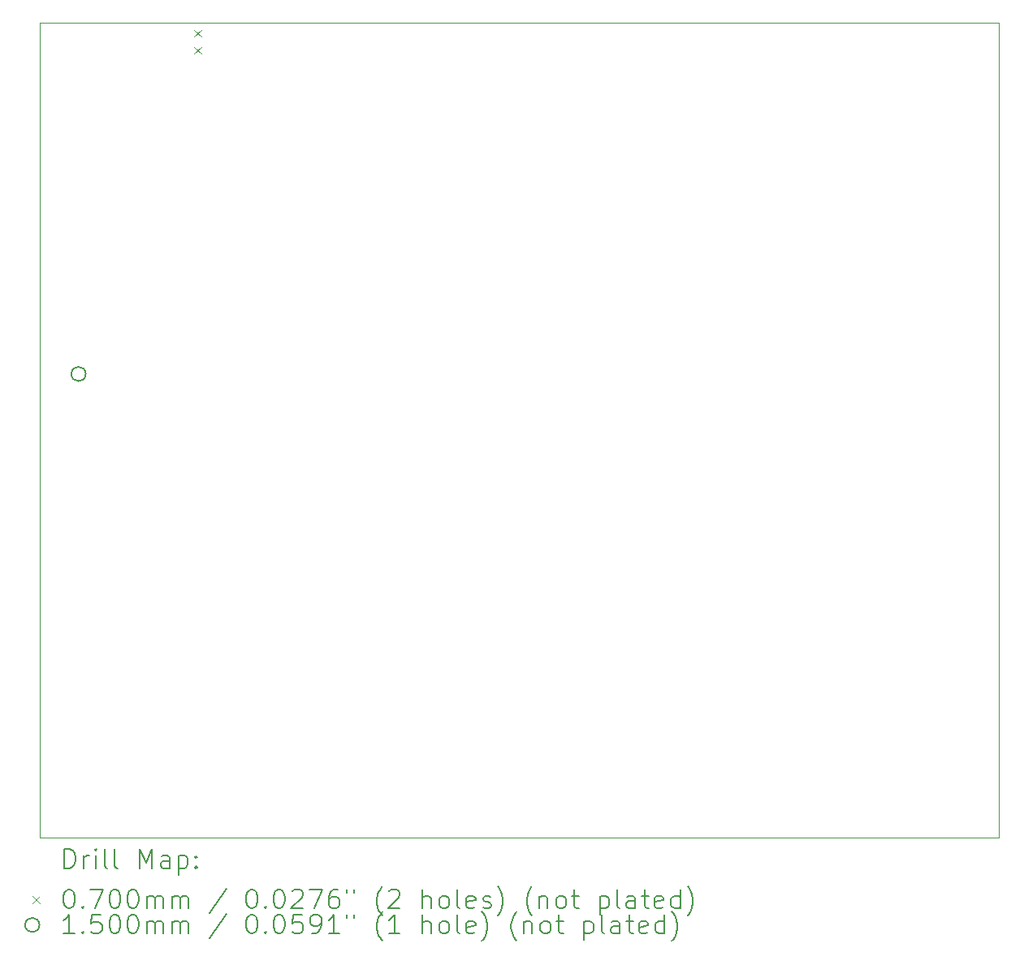
<source format=gbr>
%TF.GenerationSoftware,KiCad,Pcbnew,8.0.3*%
%TF.CreationDate,2024-08-23T22:22:00+02:00*%
%TF.ProjectId,temp_power_management,74656d70-5f70-46f7-9765-725f6d616e61,rev?*%
%TF.SameCoordinates,Original*%
%TF.FileFunction,Drillmap*%
%TF.FilePolarity,Positive*%
%FSLAX45Y45*%
G04 Gerber Fmt 4.5, Leading zero omitted, Abs format (unit mm)*
G04 Created by KiCad (PCBNEW 8.0.3) date 2024-08-23 22:22:00*
%MOMM*%
%LPD*%
G01*
G04 APERTURE LIST*
%ADD10C,0.100000*%
%ADD11C,0.200000*%
%ADD12C,0.150000*%
G04 APERTURE END LIST*
D10*
X19912200Y-14351000D02*
X9912200Y-14351000D01*
X9912200Y-5851000D01*
X19912200Y-5851000D01*
X19912200Y-14351000D01*
D11*
D10*
X11522000Y-5920200D02*
X11592000Y-5990200D01*
X11592000Y-5920200D02*
X11522000Y-5990200D01*
X11522000Y-6100200D02*
X11592000Y-6170200D01*
X11592000Y-6100200D02*
X11522000Y-6170200D01*
D12*
X10389600Y-9512000D02*
G75*
G02*
X10239600Y-9512000I-75000J0D01*
G01*
X10239600Y-9512000D02*
G75*
G02*
X10389600Y-9512000I75000J0D01*
G01*
D11*
X10167977Y-14667484D02*
X10167977Y-14467484D01*
X10167977Y-14467484D02*
X10215596Y-14467484D01*
X10215596Y-14467484D02*
X10244167Y-14477008D01*
X10244167Y-14477008D02*
X10263215Y-14496055D01*
X10263215Y-14496055D02*
X10272739Y-14515103D01*
X10272739Y-14515103D02*
X10282263Y-14553198D01*
X10282263Y-14553198D02*
X10282263Y-14581769D01*
X10282263Y-14581769D02*
X10272739Y-14619865D01*
X10272739Y-14619865D02*
X10263215Y-14638912D01*
X10263215Y-14638912D02*
X10244167Y-14657960D01*
X10244167Y-14657960D02*
X10215596Y-14667484D01*
X10215596Y-14667484D02*
X10167977Y-14667484D01*
X10367977Y-14667484D02*
X10367977Y-14534150D01*
X10367977Y-14572246D02*
X10377501Y-14553198D01*
X10377501Y-14553198D02*
X10387024Y-14543674D01*
X10387024Y-14543674D02*
X10406072Y-14534150D01*
X10406072Y-14534150D02*
X10425120Y-14534150D01*
X10491786Y-14667484D02*
X10491786Y-14534150D01*
X10491786Y-14467484D02*
X10482263Y-14477008D01*
X10482263Y-14477008D02*
X10491786Y-14486531D01*
X10491786Y-14486531D02*
X10501310Y-14477008D01*
X10501310Y-14477008D02*
X10491786Y-14467484D01*
X10491786Y-14467484D02*
X10491786Y-14486531D01*
X10615596Y-14667484D02*
X10596548Y-14657960D01*
X10596548Y-14657960D02*
X10587024Y-14638912D01*
X10587024Y-14638912D02*
X10587024Y-14467484D01*
X10720358Y-14667484D02*
X10701310Y-14657960D01*
X10701310Y-14657960D02*
X10691786Y-14638912D01*
X10691786Y-14638912D02*
X10691786Y-14467484D01*
X10948929Y-14667484D02*
X10948929Y-14467484D01*
X10948929Y-14467484D02*
X11015596Y-14610341D01*
X11015596Y-14610341D02*
X11082263Y-14467484D01*
X11082263Y-14467484D02*
X11082263Y-14667484D01*
X11263215Y-14667484D02*
X11263215Y-14562722D01*
X11263215Y-14562722D02*
X11253691Y-14543674D01*
X11253691Y-14543674D02*
X11234643Y-14534150D01*
X11234643Y-14534150D02*
X11196548Y-14534150D01*
X11196548Y-14534150D02*
X11177501Y-14543674D01*
X11263215Y-14657960D02*
X11244167Y-14667484D01*
X11244167Y-14667484D02*
X11196548Y-14667484D01*
X11196548Y-14667484D02*
X11177501Y-14657960D01*
X11177501Y-14657960D02*
X11167977Y-14638912D01*
X11167977Y-14638912D02*
X11167977Y-14619865D01*
X11167977Y-14619865D02*
X11177501Y-14600817D01*
X11177501Y-14600817D02*
X11196548Y-14591293D01*
X11196548Y-14591293D02*
X11244167Y-14591293D01*
X11244167Y-14591293D02*
X11263215Y-14581769D01*
X11358453Y-14534150D02*
X11358453Y-14734150D01*
X11358453Y-14543674D02*
X11377501Y-14534150D01*
X11377501Y-14534150D02*
X11415596Y-14534150D01*
X11415596Y-14534150D02*
X11434643Y-14543674D01*
X11434643Y-14543674D02*
X11444167Y-14553198D01*
X11444167Y-14553198D02*
X11453691Y-14572246D01*
X11453691Y-14572246D02*
X11453691Y-14629388D01*
X11453691Y-14629388D02*
X11444167Y-14648436D01*
X11444167Y-14648436D02*
X11434643Y-14657960D01*
X11434643Y-14657960D02*
X11415596Y-14667484D01*
X11415596Y-14667484D02*
X11377501Y-14667484D01*
X11377501Y-14667484D02*
X11358453Y-14657960D01*
X11539405Y-14648436D02*
X11548929Y-14657960D01*
X11548929Y-14657960D02*
X11539405Y-14667484D01*
X11539405Y-14667484D02*
X11529882Y-14657960D01*
X11529882Y-14657960D02*
X11539405Y-14648436D01*
X11539405Y-14648436D02*
X11539405Y-14667484D01*
X11539405Y-14543674D02*
X11548929Y-14553198D01*
X11548929Y-14553198D02*
X11539405Y-14562722D01*
X11539405Y-14562722D02*
X11529882Y-14553198D01*
X11529882Y-14553198D02*
X11539405Y-14543674D01*
X11539405Y-14543674D02*
X11539405Y-14562722D01*
D10*
X9837200Y-14961000D02*
X9907200Y-15031000D01*
X9907200Y-14961000D02*
X9837200Y-15031000D01*
D11*
X10206072Y-14887484D02*
X10225120Y-14887484D01*
X10225120Y-14887484D02*
X10244167Y-14897008D01*
X10244167Y-14897008D02*
X10253691Y-14906531D01*
X10253691Y-14906531D02*
X10263215Y-14925579D01*
X10263215Y-14925579D02*
X10272739Y-14963674D01*
X10272739Y-14963674D02*
X10272739Y-15011293D01*
X10272739Y-15011293D02*
X10263215Y-15049388D01*
X10263215Y-15049388D02*
X10253691Y-15068436D01*
X10253691Y-15068436D02*
X10244167Y-15077960D01*
X10244167Y-15077960D02*
X10225120Y-15087484D01*
X10225120Y-15087484D02*
X10206072Y-15087484D01*
X10206072Y-15087484D02*
X10187024Y-15077960D01*
X10187024Y-15077960D02*
X10177501Y-15068436D01*
X10177501Y-15068436D02*
X10167977Y-15049388D01*
X10167977Y-15049388D02*
X10158453Y-15011293D01*
X10158453Y-15011293D02*
X10158453Y-14963674D01*
X10158453Y-14963674D02*
X10167977Y-14925579D01*
X10167977Y-14925579D02*
X10177501Y-14906531D01*
X10177501Y-14906531D02*
X10187024Y-14897008D01*
X10187024Y-14897008D02*
X10206072Y-14887484D01*
X10358453Y-15068436D02*
X10367977Y-15077960D01*
X10367977Y-15077960D02*
X10358453Y-15087484D01*
X10358453Y-15087484D02*
X10348929Y-15077960D01*
X10348929Y-15077960D02*
X10358453Y-15068436D01*
X10358453Y-15068436D02*
X10358453Y-15087484D01*
X10434644Y-14887484D02*
X10567977Y-14887484D01*
X10567977Y-14887484D02*
X10482263Y-15087484D01*
X10682263Y-14887484D02*
X10701310Y-14887484D01*
X10701310Y-14887484D02*
X10720358Y-14897008D01*
X10720358Y-14897008D02*
X10729882Y-14906531D01*
X10729882Y-14906531D02*
X10739405Y-14925579D01*
X10739405Y-14925579D02*
X10748929Y-14963674D01*
X10748929Y-14963674D02*
X10748929Y-15011293D01*
X10748929Y-15011293D02*
X10739405Y-15049388D01*
X10739405Y-15049388D02*
X10729882Y-15068436D01*
X10729882Y-15068436D02*
X10720358Y-15077960D01*
X10720358Y-15077960D02*
X10701310Y-15087484D01*
X10701310Y-15087484D02*
X10682263Y-15087484D01*
X10682263Y-15087484D02*
X10663215Y-15077960D01*
X10663215Y-15077960D02*
X10653691Y-15068436D01*
X10653691Y-15068436D02*
X10644167Y-15049388D01*
X10644167Y-15049388D02*
X10634644Y-15011293D01*
X10634644Y-15011293D02*
X10634644Y-14963674D01*
X10634644Y-14963674D02*
X10644167Y-14925579D01*
X10644167Y-14925579D02*
X10653691Y-14906531D01*
X10653691Y-14906531D02*
X10663215Y-14897008D01*
X10663215Y-14897008D02*
X10682263Y-14887484D01*
X10872739Y-14887484D02*
X10891786Y-14887484D01*
X10891786Y-14887484D02*
X10910834Y-14897008D01*
X10910834Y-14897008D02*
X10920358Y-14906531D01*
X10920358Y-14906531D02*
X10929882Y-14925579D01*
X10929882Y-14925579D02*
X10939405Y-14963674D01*
X10939405Y-14963674D02*
X10939405Y-15011293D01*
X10939405Y-15011293D02*
X10929882Y-15049388D01*
X10929882Y-15049388D02*
X10920358Y-15068436D01*
X10920358Y-15068436D02*
X10910834Y-15077960D01*
X10910834Y-15077960D02*
X10891786Y-15087484D01*
X10891786Y-15087484D02*
X10872739Y-15087484D01*
X10872739Y-15087484D02*
X10853691Y-15077960D01*
X10853691Y-15077960D02*
X10844167Y-15068436D01*
X10844167Y-15068436D02*
X10834644Y-15049388D01*
X10834644Y-15049388D02*
X10825120Y-15011293D01*
X10825120Y-15011293D02*
X10825120Y-14963674D01*
X10825120Y-14963674D02*
X10834644Y-14925579D01*
X10834644Y-14925579D02*
X10844167Y-14906531D01*
X10844167Y-14906531D02*
X10853691Y-14897008D01*
X10853691Y-14897008D02*
X10872739Y-14887484D01*
X11025120Y-15087484D02*
X11025120Y-14954150D01*
X11025120Y-14973198D02*
X11034644Y-14963674D01*
X11034644Y-14963674D02*
X11053691Y-14954150D01*
X11053691Y-14954150D02*
X11082263Y-14954150D01*
X11082263Y-14954150D02*
X11101310Y-14963674D01*
X11101310Y-14963674D02*
X11110834Y-14982722D01*
X11110834Y-14982722D02*
X11110834Y-15087484D01*
X11110834Y-14982722D02*
X11120358Y-14963674D01*
X11120358Y-14963674D02*
X11139405Y-14954150D01*
X11139405Y-14954150D02*
X11167977Y-14954150D01*
X11167977Y-14954150D02*
X11187024Y-14963674D01*
X11187024Y-14963674D02*
X11196548Y-14982722D01*
X11196548Y-14982722D02*
X11196548Y-15087484D01*
X11291786Y-15087484D02*
X11291786Y-14954150D01*
X11291786Y-14973198D02*
X11301310Y-14963674D01*
X11301310Y-14963674D02*
X11320358Y-14954150D01*
X11320358Y-14954150D02*
X11348929Y-14954150D01*
X11348929Y-14954150D02*
X11367977Y-14963674D01*
X11367977Y-14963674D02*
X11377501Y-14982722D01*
X11377501Y-14982722D02*
X11377501Y-15087484D01*
X11377501Y-14982722D02*
X11387024Y-14963674D01*
X11387024Y-14963674D02*
X11406072Y-14954150D01*
X11406072Y-14954150D02*
X11434643Y-14954150D01*
X11434643Y-14954150D02*
X11453691Y-14963674D01*
X11453691Y-14963674D02*
X11463215Y-14982722D01*
X11463215Y-14982722D02*
X11463215Y-15087484D01*
X11853691Y-14877960D02*
X11682263Y-15135103D01*
X12110834Y-14887484D02*
X12129882Y-14887484D01*
X12129882Y-14887484D02*
X12148929Y-14897008D01*
X12148929Y-14897008D02*
X12158453Y-14906531D01*
X12158453Y-14906531D02*
X12167977Y-14925579D01*
X12167977Y-14925579D02*
X12177501Y-14963674D01*
X12177501Y-14963674D02*
X12177501Y-15011293D01*
X12177501Y-15011293D02*
X12167977Y-15049388D01*
X12167977Y-15049388D02*
X12158453Y-15068436D01*
X12158453Y-15068436D02*
X12148929Y-15077960D01*
X12148929Y-15077960D02*
X12129882Y-15087484D01*
X12129882Y-15087484D02*
X12110834Y-15087484D01*
X12110834Y-15087484D02*
X12091786Y-15077960D01*
X12091786Y-15077960D02*
X12082263Y-15068436D01*
X12082263Y-15068436D02*
X12072739Y-15049388D01*
X12072739Y-15049388D02*
X12063215Y-15011293D01*
X12063215Y-15011293D02*
X12063215Y-14963674D01*
X12063215Y-14963674D02*
X12072739Y-14925579D01*
X12072739Y-14925579D02*
X12082263Y-14906531D01*
X12082263Y-14906531D02*
X12091786Y-14897008D01*
X12091786Y-14897008D02*
X12110834Y-14887484D01*
X12263215Y-15068436D02*
X12272739Y-15077960D01*
X12272739Y-15077960D02*
X12263215Y-15087484D01*
X12263215Y-15087484D02*
X12253691Y-15077960D01*
X12253691Y-15077960D02*
X12263215Y-15068436D01*
X12263215Y-15068436D02*
X12263215Y-15087484D01*
X12396548Y-14887484D02*
X12415596Y-14887484D01*
X12415596Y-14887484D02*
X12434644Y-14897008D01*
X12434644Y-14897008D02*
X12444167Y-14906531D01*
X12444167Y-14906531D02*
X12453691Y-14925579D01*
X12453691Y-14925579D02*
X12463215Y-14963674D01*
X12463215Y-14963674D02*
X12463215Y-15011293D01*
X12463215Y-15011293D02*
X12453691Y-15049388D01*
X12453691Y-15049388D02*
X12444167Y-15068436D01*
X12444167Y-15068436D02*
X12434644Y-15077960D01*
X12434644Y-15077960D02*
X12415596Y-15087484D01*
X12415596Y-15087484D02*
X12396548Y-15087484D01*
X12396548Y-15087484D02*
X12377501Y-15077960D01*
X12377501Y-15077960D02*
X12367977Y-15068436D01*
X12367977Y-15068436D02*
X12358453Y-15049388D01*
X12358453Y-15049388D02*
X12348929Y-15011293D01*
X12348929Y-15011293D02*
X12348929Y-14963674D01*
X12348929Y-14963674D02*
X12358453Y-14925579D01*
X12358453Y-14925579D02*
X12367977Y-14906531D01*
X12367977Y-14906531D02*
X12377501Y-14897008D01*
X12377501Y-14897008D02*
X12396548Y-14887484D01*
X12539406Y-14906531D02*
X12548929Y-14897008D01*
X12548929Y-14897008D02*
X12567977Y-14887484D01*
X12567977Y-14887484D02*
X12615596Y-14887484D01*
X12615596Y-14887484D02*
X12634644Y-14897008D01*
X12634644Y-14897008D02*
X12644167Y-14906531D01*
X12644167Y-14906531D02*
X12653691Y-14925579D01*
X12653691Y-14925579D02*
X12653691Y-14944627D01*
X12653691Y-14944627D02*
X12644167Y-14973198D01*
X12644167Y-14973198D02*
X12529882Y-15087484D01*
X12529882Y-15087484D02*
X12653691Y-15087484D01*
X12720358Y-14887484D02*
X12853691Y-14887484D01*
X12853691Y-14887484D02*
X12767977Y-15087484D01*
X13015596Y-14887484D02*
X12977501Y-14887484D01*
X12977501Y-14887484D02*
X12958453Y-14897008D01*
X12958453Y-14897008D02*
X12948929Y-14906531D01*
X12948929Y-14906531D02*
X12929882Y-14935103D01*
X12929882Y-14935103D02*
X12920358Y-14973198D01*
X12920358Y-14973198D02*
X12920358Y-15049388D01*
X12920358Y-15049388D02*
X12929882Y-15068436D01*
X12929882Y-15068436D02*
X12939406Y-15077960D01*
X12939406Y-15077960D02*
X12958453Y-15087484D01*
X12958453Y-15087484D02*
X12996548Y-15087484D01*
X12996548Y-15087484D02*
X13015596Y-15077960D01*
X13015596Y-15077960D02*
X13025120Y-15068436D01*
X13025120Y-15068436D02*
X13034644Y-15049388D01*
X13034644Y-15049388D02*
X13034644Y-15001769D01*
X13034644Y-15001769D02*
X13025120Y-14982722D01*
X13025120Y-14982722D02*
X13015596Y-14973198D01*
X13015596Y-14973198D02*
X12996548Y-14963674D01*
X12996548Y-14963674D02*
X12958453Y-14963674D01*
X12958453Y-14963674D02*
X12939406Y-14973198D01*
X12939406Y-14973198D02*
X12929882Y-14982722D01*
X12929882Y-14982722D02*
X12920358Y-15001769D01*
X13110834Y-14887484D02*
X13110834Y-14925579D01*
X13187025Y-14887484D02*
X13187025Y-14925579D01*
X13482263Y-15163674D02*
X13472739Y-15154150D01*
X13472739Y-15154150D02*
X13453691Y-15125579D01*
X13453691Y-15125579D02*
X13444168Y-15106531D01*
X13444168Y-15106531D02*
X13434644Y-15077960D01*
X13434644Y-15077960D02*
X13425120Y-15030341D01*
X13425120Y-15030341D02*
X13425120Y-14992246D01*
X13425120Y-14992246D02*
X13434644Y-14944627D01*
X13434644Y-14944627D02*
X13444168Y-14916055D01*
X13444168Y-14916055D02*
X13453691Y-14897008D01*
X13453691Y-14897008D02*
X13472739Y-14868436D01*
X13472739Y-14868436D02*
X13482263Y-14858912D01*
X13548929Y-14906531D02*
X13558453Y-14897008D01*
X13558453Y-14897008D02*
X13577501Y-14887484D01*
X13577501Y-14887484D02*
X13625120Y-14887484D01*
X13625120Y-14887484D02*
X13644168Y-14897008D01*
X13644168Y-14897008D02*
X13653691Y-14906531D01*
X13653691Y-14906531D02*
X13663215Y-14925579D01*
X13663215Y-14925579D02*
X13663215Y-14944627D01*
X13663215Y-14944627D02*
X13653691Y-14973198D01*
X13653691Y-14973198D02*
X13539406Y-15087484D01*
X13539406Y-15087484D02*
X13663215Y-15087484D01*
X13901310Y-15087484D02*
X13901310Y-14887484D01*
X13987025Y-15087484D02*
X13987025Y-14982722D01*
X13987025Y-14982722D02*
X13977501Y-14963674D01*
X13977501Y-14963674D02*
X13958453Y-14954150D01*
X13958453Y-14954150D02*
X13929882Y-14954150D01*
X13929882Y-14954150D02*
X13910834Y-14963674D01*
X13910834Y-14963674D02*
X13901310Y-14973198D01*
X14110834Y-15087484D02*
X14091787Y-15077960D01*
X14091787Y-15077960D02*
X14082263Y-15068436D01*
X14082263Y-15068436D02*
X14072739Y-15049388D01*
X14072739Y-15049388D02*
X14072739Y-14992246D01*
X14072739Y-14992246D02*
X14082263Y-14973198D01*
X14082263Y-14973198D02*
X14091787Y-14963674D01*
X14091787Y-14963674D02*
X14110834Y-14954150D01*
X14110834Y-14954150D02*
X14139406Y-14954150D01*
X14139406Y-14954150D02*
X14158453Y-14963674D01*
X14158453Y-14963674D02*
X14167977Y-14973198D01*
X14167977Y-14973198D02*
X14177501Y-14992246D01*
X14177501Y-14992246D02*
X14177501Y-15049388D01*
X14177501Y-15049388D02*
X14167977Y-15068436D01*
X14167977Y-15068436D02*
X14158453Y-15077960D01*
X14158453Y-15077960D02*
X14139406Y-15087484D01*
X14139406Y-15087484D02*
X14110834Y-15087484D01*
X14291787Y-15087484D02*
X14272739Y-15077960D01*
X14272739Y-15077960D02*
X14263215Y-15058912D01*
X14263215Y-15058912D02*
X14263215Y-14887484D01*
X14444168Y-15077960D02*
X14425120Y-15087484D01*
X14425120Y-15087484D02*
X14387025Y-15087484D01*
X14387025Y-15087484D02*
X14367977Y-15077960D01*
X14367977Y-15077960D02*
X14358453Y-15058912D01*
X14358453Y-15058912D02*
X14358453Y-14982722D01*
X14358453Y-14982722D02*
X14367977Y-14963674D01*
X14367977Y-14963674D02*
X14387025Y-14954150D01*
X14387025Y-14954150D02*
X14425120Y-14954150D01*
X14425120Y-14954150D02*
X14444168Y-14963674D01*
X14444168Y-14963674D02*
X14453691Y-14982722D01*
X14453691Y-14982722D02*
X14453691Y-15001769D01*
X14453691Y-15001769D02*
X14358453Y-15020817D01*
X14529882Y-15077960D02*
X14548930Y-15087484D01*
X14548930Y-15087484D02*
X14587025Y-15087484D01*
X14587025Y-15087484D02*
X14606072Y-15077960D01*
X14606072Y-15077960D02*
X14615596Y-15058912D01*
X14615596Y-15058912D02*
X14615596Y-15049388D01*
X14615596Y-15049388D02*
X14606072Y-15030341D01*
X14606072Y-15030341D02*
X14587025Y-15020817D01*
X14587025Y-15020817D02*
X14558453Y-15020817D01*
X14558453Y-15020817D02*
X14539406Y-15011293D01*
X14539406Y-15011293D02*
X14529882Y-14992246D01*
X14529882Y-14992246D02*
X14529882Y-14982722D01*
X14529882Y-14982722D02*
X14539406Y-14963674D01*
X14539406Y-14963674D02*
X14558453Y-14954150D01*
X14558453Y-14954150D02*
X14587025Y-14954150D01*
X14587025Y-14954150D02*
X14606072Y-14963674D01*
X14682263Y-15163674D02*
X14691787Y-15154150D01*
X14691787Y-15154150D02*
X14710834Y-15125579D01*
X14710834Y-15125579D02*
X14720358Y-15106531D01*
X14720358Y-15106531D02*
X14729882Y-15077960D01*
X14729882Y-15077960D02*
X14739406Y-15030341D01*
X14739406Y-15030341D02*
X14739406Y-14992246D01*
X14739406Y-14992246D02*
X14729882Y-14944627D01*
X14729882Y-14944627D02*
X14720358Y-14916055D01*
X14720358Y-14916055D02*
X14710834Y-14897008D01*
X14710834Y-14897008D02*
X14691787Y-14868436D01*
X14691787Y-14868436D02*
X14682263Y-14858912D01*
X15044168Y-15163674D02*
X15034644Y-15154150D01*
X15034644Y-15154150D02*
X15015596Y-15125579D01*
X15015596Y-15125579D02*
X15006072Y-15106531D01*
X15006072Y-15106531D02*
X14996549Y-15077960D01*
X14996549Y-15077960D02*
X14987025Y-15030341D01*
X14987025Y-15030341D02*
X14987025Y-14992246D01*
X14987025Y-14992246D02*
X14996549Y-14944627D01*
X14996549Y-14944627D02*
X15006072Y-14916055D01*
X15006072Y-14916055D02*
X15015596Y-14897008D01*
X15015596Y-14897008D02*
X15034644Y-14868436D01*
X15034644Y-14868436D02*
X15044168Y-14858912D01*
X15120358Y-14954150D02*
X15120358Y-15087484D01*
X15120358Y-14973198D02*
X15129882Y-14963674D01*
X15129882Y-14963674D02*
X15148930Y-14954150D01*
X15148930Y-14954150D02*
X15177501Y-14954150D01*
X15177501Y-14954150D02*
X15196549Y-14963674D01*
X15196549Y-14963674D02*
X15206072Y-14982722D01*
X15206072Y-14982722D02*
X15206072Y-15087484D01*
X15329882Y-15087484D02*
X15310834Y-15077960D01*
X15310834Y-15077960D02*
X15301311Y-15068436D01*
X15301311Y-15068436D02*
X15291787Y-15049388D01*
X15291787Y-15049388D02*
X15291787Y-14992246D01*
X15291787Y-14992246D02*
X15301311Y-14973198D01*
X15301311Y-14973198D02*
X15310834Y-14963674D01*
X15310834Y-14963674D02*
X15329882Y-14954150D01*
X15329882Y-14954150D02*
X15358453Y-14954150D01*
X15358453Y-14954150D02*
X15377501Y-14963674D01*
X15377501Y-14963674D02*
X15387025Y-14973198D01*
X15387025Y-14973198D02*
X15396549Y-14992246D01*
X15396549Y-14992246D02*
X15396549Y-15049388D01*
X15396549Y-15049388D02*
X15387025Y-15068436D01*
X15387025Y-15068436D02*
X15377501Y-15077960D01*
X15377501Y-15077960D02*
X15358453Y-15087484D01*
X15358453Y-15087484D02*
X15329882Y-15087484D01*
X15453692Y-14954150D02*
X15529882Y-14954150D01*
X15482263Y-14887484D02*
X15482263Y-15058912D01*
X15482263Y-15058912D02*
X15491787Y-15077960D01*
X15491787Y-15077960D02*
X15510834Y-15087484D01*
X15510834Y-15087484D02*
X15529882Y-15087484D01*
X15748930Y-14954150D02*
X15748930Y-15154150D01*
X15748930Y-14963674D02*
X15767977Y-14954150D01*
X15767977Y-14954150D02*
X15806073Y-14954150D01*
X15806073Y-14954150D02*
X15825120Y-14963674D01*
X15825120Y-14963674D02*
X15834644Y-14973198D01*
X15834644Y-14973198D02*
X15844168Y-14992246D01*
X15844168Y-14992246D02*
X15844168Y-15049388D01*
X15844168Y-15049388D02*
X15834644Y-15068436D01*
X15834644Y-15068436D02*
X15825120Y-15077960D01*
X15825120Y-15077960D02*
X15806073Y-15087484D01*
X15806073Y-15087484D02*
X15767977Y-15087484D01*
X15767977Y-15087484D02*
X15748930Y-15077960D01*
X15958453Y-15087484D02*
X15939406Y-15077960D01*
X15939406Y-15077960D02*
X15929882Y-15058912D01*
X15929882Y-15058912D02*
X15929882Y-14887484D01*
X16120358Y-15087484D02*
X16120358Y-14982722D01*
X16120358Y-14982722D02*
X16110834Y-14963674D01*
X16110834Y-14963674D02*
X16091787Y-14954150D01*
X16091787Y-14954150D02*
X16053692Y-14954150D01*
X16053692Y-14954150D02*
X16034644Y-14963674D01*
X16120358Y-15077960D02*
X16101311Y-15087484D01*
X16101311Y-15087484D02*
X16053692Y-15087484D01*
X16053692Y-15087484D02*
X16034644Y-15077960D01*
X16034644Y-15077960D02*
X16025120Y-15058912D01*
X16025120Y-15058912D02*
X16025120Y-15039865D01*
X16025120Y-15039865D02*
X16034644Y-15020817D01*
X16034644Y-15020817D02*
X16053692Y-15011293D01*
X16053692Y-15011293D02*
X16101311Y-15011293D01*
X16101311Y-15011293D02*
X16120358Y-15001769D01*
X16187025Y-14954150D02*
X16263215Y-14954150D01*
X16215596Y-14887484D02*
X16215596Y-15058912D01*
X16215596Y-15058912D02*
X16225120Y-15077960D01*
X16225120Y-15077960D02*
X16244168Y-15087484D01*
X16244168Y-15087484D02*
X16263215Y-15087484D01*
X16406073Y-15077960D02*
X16387025Y-15087484D01*
X16387025Y-15087484D02*
X16348930Y-15087484D01*
X16348930Y-15087484D02*
X16329882Y-15077960D01*
X16329882Y-15077960D02*
X16320358Y-15058912D01*
X16320358Y-15058912D02*
X16320358Y-14982722D01*
X16320358Y-14982722D02*
X16329882Y-14963674D01*
X16329882Y-14963674D02*
X16348930Y-14954150D01*
X16348930Y-14954150D02*
X16387025Y-14954150D01*
X16387025Y-14954150D02*
X16406073Y-14963674D01*
X16406073Y-14963674D02*
X16415596Y-14982722D01*
X16415596Y-14982722D02*
X16415596Y-15001769D01*
X16415596Y-15001769D02*
X16320358Y-15020817D01*
X16587025Y-15087484D02*
X16587025Y-14887484D01*
X16587025Y-15077960D02*
X16567977Y-15087484D01*
X16567977Y-15087484D02*
X16529882Y-15087484D01*
X16529882Y-15087484D02*
X16510834Y-15077960D01*
X16510834Y-15077960D02*
X16501311Y-15068436D01*
X16501311Y-15068436D02*
X16491787Y-15049388D01*
X16491787Y-15049388D02*
X16491787Y-14992246D01*
X16491787Y-14992246D02*
X16501311Y-14973198D01*
X16501311Y-14973198D02*
X16510834Y-14963674D01*
X16510834Y-14963674D02*
X16529882Y-14954150D01*
X16529882Y-14954150D02*
X16567977Y-14954150D01*
X16567977Y-14954150D02*
X16587025Y-14963674D01*
X16663215Y-15163674D02*
X16672739Y-15154150D01*
X16672739Y-15154150D02*
X16691787Y-15125579D01*
X16691787Y-15125579D02*
X16701311Y-15106531D01*
X16701311Y-15106531D02*
X16710834Y-15077960D01*
X16710834Y-15077960D02*
X16720358Y-15030341D01*
X16720358Y-15030341D02*
X16720358Y-14992246D01*
X16720358Y-14992246D02*
X16710834Y-14944627D01*
X16710834Y-14944627D02*
X16701311Y-14916055D01*
X16701311Y-14916055D02*
X16691787Y-14897008D01*
X16691787Y-14897008D02*
X16672739Y-14868436D01*
X16672739Y-14868436D02*
X16663215Y-14858912D01*
D12*
X9907200Y-15260000D02*
G75*
G02*
X9757200Y-15260000I-75000J0D01*
G01*
X9757200Y-15260000D02*
G75*
G02*
X9907200Y-15260000I75000J0D01*
G01*
D11*
X10272739Y-15351484D02*
X10158453Y-15351484D01*
X10215596Y-15351484D02*
X10215596Y-15151484D01*
X10215596Y-15151484D02*
X10196548Y-15180055D01*
X10196548Y-15180055D02*
X10177501Y-15199103D01*
X10177501Y-15199103D02*
X10158453Y-15208627D01*
X10358453Y-15332436D02*
X10367977Y-15341960D01*
X10367977Y-15341960D02*
X10358453Y-15351484D01*
X10358453Y-15351484D02*
X10348929Y-15341960D01*
X10348929Y-15341960D02*
X10358453Y-15332436D01*
X10358453Y-15332436D02*
X10358453Y-15351484D01*
X10548929Y-15151484D02*
X10453691Y-15151484D01*
X10453691Y-15151484D02*
X10444167Y-15246722D01*
X10444167Y-15246722D02*
X10453691Y-15237198D01*
X10453691Y-15237198D02*
X10472739Y-15227674D01*
X10472739Y-15227674D02*
X10520358Y-15227674D01*
X10520358Y-15227674D02*
X10539405Y-15237198D01*
X10539405Y-15237198D02*
X10548929Y-15246722D01*
X10548929Y-15246722D02*
X10558453Y-15265769D01*
X10558453Y-15265769D02*
X10558453Y-15313388D01*
X10558453Y-15313388D02*
X10548929Y-15332436D01*
X10548929Y-15332436D02*
X10539405Y-15341960D01*
X10539405Y-15341960D02*
X10520358Y-15351484D01*
X10520358Y-15351484D02*
X10472739Y-15351484D01*
X10472739Y-15351484D02*
X10453691Y-15341960D01*
X10453691Y-15341960D02*
X10444167Y-15332436D01*
X10682263Y-15151484D02*
X10701310Y-15151484D01*
X10701310Y-15151484D02*
X10720358Y-15161008D01*
X10720358Y-15161008D02*
X10729882Y-15170531D01*
X10729882Y-15170531D02*
X10739405Y-15189579D01*
X10739405Y-15189579D02*
X10748929Y-15227674D01*
X10748929Y-15227674D02*
X10748929Y-15275293D01*
X10748929Y-15275293D02*
X10739405Y-15313388D01*
X10739405Y-15313388D02*
X10729882Y-15332436D01*
X10729882Y-15332436D02*
X10720358Y-15341960D01*
X10720358Y-15341960D02*
X10701310Y-15351484D01*
X10701310Y-15351484D02*
X10682263Y-15351484D01*
X10682263Y-15351484D02*
X10663215Y-15341960D01*
X10663215Y-15341960D02*
X10653691Y-15332436D01*
X10653691Y-15332436D02*
X10644167Y-15313388D01*
X10644167Y-15313388D02*
X10634644Y-15275293D01*
X10634644Y-15275293D02*
X10634644Y-15227674D01*
X10634644Y-15227674D02*
X10644167Y-15189579D01*
X10644167Y-15189579D02*
X10653691Y-15170531D01*
X10653691Y-15170531D02*
X10663215Y-15161008D01*
X10663215Y-15161008D02*
X10682263Y-15151484D01*
X10872739Y-15151484D02*
X10891786Y-15151484D01*
X10891786Y-15151484D02*
X10910834Y-15161008D01*
X10910834Y-15161008D02*
X10920358Y-15170531D01*
X10920358Y-15170531D02*
X10929882Y-15189579D01*
X10929882Y-15189579D02*
X10939405Y-15227674D01*
X10939405Y-15227674D02*
X10939405Y-15275293D01*
X10939405Y-15275293D02*
X10929882Y-15313388D01*
X10929882Y-15313388D02*
X10920358Y-15332436D01*
X10920358Y-15332436D02*
X10910834Y-15341960D01*
X10910834Y-15341960D02*
X10891786Y-15351484D01*
X10891786Y-15351484D02*
X10872739Y-15351484D01*
X10872739Y-15351484D02*
X10853691Y-15341960D01*
X10853691Y-15341960D02*
X10844167Y-15332436D01*
X10844167Y-15332436D02*
X10834644Y-15313388D01*
X10834644Y-15313388D02*
X10825120Y-15275293D01*
X10825120Y-15275293D02*
X10825120Y-15227674D01*
X10825120Y-15227674D02*
X10834644Y-15189579D01*
X10834644Y-15189579D02*
X10844167Y-15170531D01*
X10844167Y-15170531D02*
X10853691Y-15161008D01*
X10853691Y-15161008D02*
X10872739Y-15151484D01*
X11025120Y-15351484D02*
X11025120Y-15218150D01*
X11025120Y-15237198D02*
X11034644Y-15227674D01*
X11034644Y-15227674D02*
X11053691Y-15218150D01*
X11053691Y-15218150D02*
X11082263Y-15218150D01*
X11082263Y-15218150D02*
X11101310Y-15227674D01*
X11101310Y-15227674D02*
X11110834Y-15246722D01*
X11110834Y-15246722D02*
X11110834Y-15351484D01*
X11110834Y-15246722D02*
X11120358Y-15227674D01*
X11120358Y-15227674D02*
X11139405Y-15218150D01*
X11139405Y-15218150D02*
X11167977Y-15218150D01*
X11167977Y-15218150D02*
X11187024Y-15227674D01*
X11187024Y-15227674D02*
X11196548Y-15246722D01*
X11196548Y-15246722D02*
X11196548Y-15351484D01*
X11291786Y-15351484D02*
X11291786Y-15218150D01*
X11291786Y-15237198D02*
X11301310Y-15227674D01*
X11301310Y-15227674D02*
X11320358Y-15218150D01*
X11320358Y-15218150D02*
X11348929Y-15218150D01*
X11348929Y-15218150D02*
X11367977Y-15227674D01*
X11367977Y-15227674D02*
X11377501Y-15246722D01*
X11377501Y-15246722D02*
X11377501Y-15351484D01*
X11377501Y-15246722D02*
X11387024Y-15227674D01*
X11387024Y-15227674D02*
X11406072Y-15218150D01*
X11406072Y-15218150D02*
X11434643Y-15218150D01*
X11434643Y-15218150D02*
X11453691Y-15227674D01*
X11453691Y-15227674D02*
X11463215Y-15246722D01*
X11463215Y-15246722D02*
X11463215Y-15351484D01*
X11853691Y-15141960D02*
X11682263Y-15399103D01*
X12110834Y-15151484D02*
X12129882Y-15151484D01*
X12129882Y-15151484D02*
X12148929Y-15161008D01*
X12148929Y-15161008D02*
X12158453Y-15170531D01*
X12158453Y-15170531D02*
X12167977Y-15189579D01*
X12167977Y-15189579D02*
X12177501Y-15227674D01*
X12177501Y-15227674D02*
X12177501Y-15275293D01*
X12177501Y-15275293D02*
X12167977Y-15313388D01*
X12167977Y-15313388D02*
X12158453Y-15332436D01*
X12158453Y-15332436D02*
X12148929Y-15341960D01*
X12148929Y-15341960D02*
X12129882Y-15351484D01*
X12129882Y-15351484D02*
X12110834Y-15351484D01*
X12110834Y-15351484D02*
X12091786Y-15341960D01*
X12091786Y-15341960D02*
X12082263Y-15332436D01*
X12082263Y-15332436D02*
X12072739Y-15313388D01*
X12072739Y-15313388D02*
X12063215Y-15275293D01*
X12063215Y-15275293D02*
X12063215Y-15227674D01*
X12063215Y-15227674D02*
X12072739Y-15189579D01*
X12072739Y-15189579D02*
X12082263Y-15170531D01*
X12082263Y-15170531D02*
X12091786Y-15161008D01*
X12091786Y-15161008D02*
X12110834Y-15151484D01*
X12263215Y-15332436D02*
X12272739Y-15341960D01*
X12272739Y-15341960D02*
X12263215Y-15351484D01*
X12263215Y-15351484D02*
X12253691Y-15341960D01*
X12253691Y-15341960D02*
X12263215Y-15332436D01*
X12263215Y-15332436D02*
X12263215Y-15351484D01*
X12396548Y-15151484D02*
X12415596Y-15151484D01*
X12415596Y-15151484D02*
X12434644Y-15161008D01*
X12434644Y-15161008D02*
X12444167Y-15170531D01*
X12444167Y-15170531D02*
X12453691Y-15189579D01*
X12453691Y-15189579D02*
X12463215Y-15227674D01*
X12463215Y-15227674D02*
X12463215Y-15275293D01*
X12463215Y-15275293D02*
X12453691Y-15313388D01*
X12453691Y-15313388D02*
X12444167Y-15332436D01*
X12444167Y-15332436D02*
X12434644Y-15341960D01*
X12434644Y-15341960D02*
X12415596Y-15351484D01*
X12415596Y-15351484D02*
X12396548Y-15351484D01*
X12396548Y-15351484D02*
X12377501Y-15341960D01*
X12377501Y-15341960D02*
X12367977Y-15332436D01*
X12367977Y-15332436D02*
X12358453Y-15313388D01*
X12358453Y-15313388D02*
X12348929Y-15275293D01*
X12348929Y-15275293D02*
X12348929Y-15227674D01*
X12348929Y-15227674D02*
X12358453Y-15189579D01*
X12358453Y-15189579D02*
X12367977Y-15170531D01*
X12367977Y-15170531D02*
X12377501Y-15161008D01*
X12377501Y-15161008D02*
X12396548Y-15151484D01*
X12644167Y-15151484D02*
X12548929Y-15151484D01*
X12548929Y-15151484D02*
X12539406Y-15246722D01*
X12539406Y-15246722D02*
X12548929Y-15237198D01*
X12548929Y-15237198D02*
X12567977Y-15227674D01*
X12567977Y-15227674D02*
X12615596Y-15227674D01*
X12615596Y-15227674D02*
X12634644Y-15237198D01*
X12634644Y-15237198D02*
X12644167Y-15246722D01*
X12644167Y-15246722D02*
X12653691Y-15265769D01*
X12653691Y-15265769D02*
X12653691Y-15313388D01*
X12653691Y-15313388D02*
X12644167Y-15332436D01*
X12644167Y-15332436D02*
X12634644Y-15341960D01*
X12634644Y-15341960D02*
X12615596Y-15351484D01*
X12615596Y-15351484D02*
X12567977Y-15351484D01*
X12567977Y-15351484D02*
X12548929Y-15341960D01*
X12548929Y-15341960D02*
X12539406Y-15332436D01*
X12748929Y-15351484D02*
X12787025Y-15351484D01*
X12787025Y-15351484D02*
X12806072Y-15341960D01*
X12806072Y-15341960D02*
X12815596Y-15332436D01*
X12815596Y-15332436D02*
X12834644Y-15303865D01*
X12834644Y-15303865D02*
X12844167Y-15265769D01*
X12844167Y-15265769D02*
X12844167Y-15189579D01*
X12844167Y-15189579D02*
X12834644Y-15170531D01*
X12834644Y-15170531D02*
X12825120Y-15161008D01*
X12825120Y-15161008D02*
X12806072Y-15151484D01*
X12806072Y-15151484D02*
X12767977Y-15151484D01*
X12767977Y-15151484D02*
X12748929Y-15161008D01*
X12748929Y-15161008D02*
X12739406Y-15170531D01*
X12739406Y-15170531D02*
X12729882Y-15189579D01*
X12729882Y-15189579D02*
X12729882Y-15237198D01*
X12729882Y-15237198D02*
X12739406Y-15256246D01*
X12739406Y-15256246D02*
X12748929Y-15265769D01*
X12748929Y-15265769D02*
X12767977Y-15275293D01*
X12767977Y-15275293D02*
X12806072Y-15275293D01*
X12806072Y-15275293D02*
X12825120Y-15265769D01*
X12825120Y-15265769D02*
X12834644Y-15256246D01*
X12834644Y-15256246D02*
X12844167Y-15237198D01*
X13034644Y-15351484D02*
X12920358Y-15351484D01*
X12977501Y-15351484D02*
X12977501Y-15151484D01*
X12977501Y-15151484D02*
X12958453Y-15180055D01*
X12958453Y-15180055D02*
X12939406Y-15199103D01*
X12939406Y-15199103D02*
X12920358Y-15208627D01*
X13110834Y-15151484D02*
X13110834Y-15189579D01*
X13187025Y-15151484D02*
X13187025Y-15189579D01*
X13482263Y-15427674D02*
X13472739Y-15418150D01*
X13472739Y-15418150D02*
X13453691Y-15389579D01*
X13453691Y-15389579D02*
X13444168Y-15370531D01*
X13444168Y-15370531D02*
X13434644Y-15341960D01*
X13434644Y-15341960D02*
X13425120Y-15294341D01*
X13425120Y-15294341D02*
X13425120Y-15256246D01*
X13425120Y-15256246D02*
X13434644Y-15208627D01*
X13434644Y-15208627D02*
X13444168Y-15180055D01*
X13444168Y-15180055D02*
X13453691Y-15161008D01*
X13453691Y-15161008D02*
X13472739Y-15132436D01*
X13472739Y-15132436D02*
X13482263Y-15122912D01*
X13663215Y-15351484D02*
X13548929Y-15351484D01*
X13606072Y-15351484D02*
X13606072Y-15151484D01*
X13606072Y-15151484D02*
X13587025Y-15180055D01*
X13587025Y-15180055D02*
X13567977Y-15199103D01*
X13567977Y-15199103D02*
X13548929Y-15208627D01*
X13901310Y-15351484D02*
X13901310Y-15151484D01*
X13987025Y-15351484D02*
X13987025Y-15246722D01*
X13987025Y-15246722D02*
X13977501Y-15227674D01*
X13977501Y-15227674D02*
X13958453Y-15218150D01*
X13958453Y-15218150D02*
X13929882Y-15218150D01*
X13929882Y-15218150D02*
X13910834Y-15227674D01*
X13910834Y-15227674D02*
X13901310Y-15237198D01*
X14110834Y-15351484D02*
X14091787Y-15341960D01*
X14091787Y-15341960D02*
X14082263Y-15332436D01*
X14082263Y-15332436D02*
X14072739Y-15313388D01*
X14072739Y-15313388D02*
X14072739Y-15256246D01*
X14072739Y-15256246D02*
X14082263Y-15237198D01*
X14082263Y-15237198D02*
X14091787Y-15227674D01*
X14091787Y-15227674D02*
X14110834Y-15218150D01*
X14110834Y-15218150D02*
X14139406Y-15218150D01*
X14139406Y-15218150D02*
X14158453Y-15227674D01*
X14158453Y-15227674D02*
X14167977Y-15237198D01*
X14167977Y-15237198D02*
X14177501Y-15256246D01*
X14177501Y-15256246D02*
X14177501Y-15313388D01*
X14177501Y-15313388D02*
X14167977Y-15332436D01*
X14167977Y-15332436D02*
X14158453Y-15341960D01*
X14158453Y-15341960D02*
X14139406Y-15351484D01*
X14139406Y-15351484D02*
X14110834Y-15351484D01*
X14291787Y-15351484D02*
X14272739Y-15341960D01*
X14272739Y-15341960D02*
X14263215Y-15322912D01*
X14263215Y-15322912D02*
X14263215Y-15151484D01*
X14444168Y-15341960D02*
X14425120Y-15351484D01*
X14425120Y-15351484D02*
X14387025Y-15351484D01*
X14387025Y-15351484D02*
X14367977Y-15341960D01*
X14367977Y-15341960D02*
X14358453Y-15322912D01*
X14358453Y-15322912D02*
X14358453Y-15246722D01*
X14358453Y-15246722D02*
X14367977Y-15227674D01*
X14367977Y-15227674D02*
X14387025Y-15218150D01*
X14387025Y-15218150D02*
X14425120Y-15218150D01*
X14425120Y-15218150D02*
X14444168Y-15227674D01*
X14444168Y-15227674D02*
X14453691Y-15246722D01*
X14453691Y-15246722D02*
X14453691Y-15265769D01*
X14453691Y-15265769D02*
X14358453Y-15284817D01*
X14520358Y-15427674D02*
X14529882Y-15418150D01*
X14529882Y-15418150D02*
X14548930Y-15389579D01*
X14548930Y-15389579D02*
X14558453Y-15370531D01*
X14558453Y-15370531D02*
X14567977Y-15341960D01*
X14567977Y-15341960D02*
X14577501Y-15294341D01*
X14577501Y-15294341D02*
X14577501Y-15256246D01*
X14577501Y-15256246D02*
X14567977Y-15208627D01*
X14567977Y-15208627D02*
X14558453Y-15180055D01*
X14558453Y-15180055D02*
X14548930Y-15161008D01*
X14548930Y-15161008D02*
X14529882Y-15132436D01*
X14529882Y-15132436D02*
X14520358Y-15122912D01*
X14882263Y-15427674D02*
X14872739Y-15418150D01*
X14872739Y-15418150D02*
X14853691Y-15389579D01*
X14853691Y-15389579D02*
X14844168Y-15370531D01*
X14844168Y-15370531D02*
X14834644Y-15341960D01*
X14834644Y-15341960D02*
X14825120Y-15294341D01*
X14825120Y-15294341D02*
X14825120Y-15256246D01*
X14825120Y-15256246D02*
X14834644Y-15208627D01*
X14834644Y-15208627D02*
X14844168Y-15180055D01*
X14844168Y-15180055D02*
X14853691Y-15161008D01*
X14853691Y-15161008D02*
X14872739Y-15132436D01*
X14872739Y-15132436D02*
X14882263Y-15122912D01*
X14958453Y-15218150D02*
X14958453Y-15351484D01*
X14958453Y-15237198D02*
X14967977Y-15227674D01*
X14967977Y-15227674D02*
X14987025Y-15218150D01*
X14987025Y-15218150D02*
X15015596Y-15218150D01*
X15015596Y-15218150D02*
X15034644Y-15227674D01*
X15034644Y-15227674D02*
X15044168Y-15246722D01*
X15044168Y-15246722D02*
X15044168Y-15351484D01*
X15167977Y-15351484D02*
X15148930Y-15341960D01*
X15148930Y-15341960D02*
X15139406Y-15332436D01*
X15139406Y-15332436D02*
X15129882Y-15313388D01*
X15129882Y-15313388D02*
X15129882Y-15256246D01*
X15129882Y-15256246D02*
X15139406Y-15237198D01*
X15139406Y-15237198D02*
X15148930Y-15227674D01*
X15148930Y-15227674D02*
X15167977Y-15218150D01*
X15167977Y-15218150D02*
X15196549Y-15218150D01*
X15196549Y-15218150D02*
X15215596Y-15227674D01*
X15215596Y-15227674D02*
X15225120Y-15237198D01*
X15225120Y-15237198D02*
X15234644Y-15256246D01*
X15234644Y-15256246D02*
X15234644Y-15313388D01*
X15234644Y-15313388D02*
X15225120Y-15332436D01*
X15225120Y-15332436D02*
X15215596Y-15341960D01*
X15215596Y-15341960D02*
X15196549Y-15351484D01*
X15196549Y-15351484D02*
X15167977Y-15351484D01*
X15291787Y-15218150D02*
X15367977Y-15218150D01*
X15320358Y-15151484D02*
X15320358Y-15322912D01*
X15320358Y-15322912D02*
X15329882Y-15341960D01*
X15329882Y-15341960D02*
X15348930Y-15351484D01*
X15348930Y-15351484D02*
X15367977Y-15351484D01*
X15587025Y-15218150D02*
X15587025Y-15418150D01*
X15587025Y-15227674D02*
X15606072Y-15218150D01*
X15606072Y-15218150D02*
X15644168Y-15218150D01*
X15644168Y-15218150D02*
X15663215Y-15227674D01*
X15663215Y-15227674D02*
X15672739Y-15237198D01*
X15672739Y-15237198D02*
X15682263Y-15256246D01*
X15682263Y-15256246D02*
X15682263Y-15313388D01*
X15682263Y-15313388D02*
X15672739Y-15332436D01*
X15672739Y-15332436D02*
X15663215Y-15341960D01*
X15663215Y-15341960D02*
X15644168Y-15351484D01*
X15644168Y-15351484D02*
X15606072Y-15351484D01*
X15606072Y-15351484D02*
X15587025Y-15341960D01*
X15796549Y-15351484D02*
X15777501Y-15341960D01*
X15777501Y-15341960D02*
X15767977Y-15322912D01*
X15767977Y-15322912D02*
X15767977Y-15151484D01*
X15958453Y-15351484D02*
X15958453Y-15246722D01*
X15958453Y-15246722D02*
X15948930Y-15227674D01*
X15948930Y-15227674D02*
X15929882Y-15218150D01*
X15929882Y-15218150D02*
X15891787Y-15218150D01*
X15891787Y-15218150D02*
X15872739Y-15227674D01*
X15958453Y-15341960D02*
X15939406Y-15351484D01*
X15939406Y-15351484D02*
X15891787Y-15351484D01*
X15891787Y-15351484D02*
X15872739Y-15341960D01*
X15872739Y-15341960D02*
X15863215Y-15322912D01*
X15863215Y-15322912D02*
X15863215Y-15303865D01*
X15863215Y-15303865D02*
X15872739Y-15284817D01*
X15872739Y-15284817D02*
X15891787Y-15275293D01*
X15891787Y-15275293D02*
X15939406Y-15275293D01*
X15939406Y-15275293D02*
X15958453Y-15265769D01*
X16025120Y-15218150D02*
X16101311Y-15218150D01*
X16053692Y-15151484D02*
X16053692Y-15322912D01*
X16053692Y-15322912D02*
X16063215Y-15341960D01*
X16063215Y-15341960D02*
X16082263Y-15351484D01*
X16082263Y-15351484D02*
X16101311Y-15351484D01*
X16244168Y-15341960D02*
X16225120Y-15351484D01*
X16225120Y-15351484D02*
X16187025Y-15351484D01*
X16187025Y-15351484D02*
X16167977Y-15341960D01*
X16167977Y-15341960D02*
X16158453Y-15322912D01*
X16158453Y-15322912D02*
X16158453Y-15246722D01*
X16158453Y-15246722D02*
X16167977Y-15227674D01*
X16167977Y-15227674D02*
X16187025Y-15218150D01*
X16187025Y-15218150D02*
X16225120Y-15218150D01*
X16225120Y-15218150D02*
X16244168Y-15227674D01*
X16244168Y-15227674D02*
X16253692Y-15246722D01*
X16253692Y-15246722D02*
X16253692Y-15265769D01*
X16253692Y-15265769D02*
X16158453Y-15284817D01*
X16425120Y-15351484D02*
X16425120Y-15151484D01*
X16425120Y-15341960D02*
X16406073Y-15351484D01*
X16406073Y-15351484D02*
X16367977Y-15351484D01*
X16367977Y-15351484D02*
X16348930Y-15341960D01*
X16348930Y-15341960D02*
X16339406Y-15332436D01*
X16339406Y-15332436D02*
X16329882Y-15313388D01*
X16329882Y-15313388D02*
X16329882Y-15256246D01*
X16329882Y-15256246D02*
X16339406Y-15237198D01*
X16339406Y-15237198D02*
X16348930Y-15227674D01*
X16348930Y-15227674D02*
X16367977Y-15218150D01*
X16367977Y-15218150D02*
X16406073Y-15218150D01*
X16406073Y-15218150D02*
X16425120Y-15227674D01*
X16501311Y-15427674D02*
X16510834Y-15418150D01*
X16510834Y-15418150D02*
X16529882Y-15389579D01*
X16529882Y-15389579D02*
X16539406Y-15370531D01*
X16539406Y-15370531D02*
X16548930Y-15341960D01*
X16548930Y-15341960D02*
X16558453Y-15294341D01*
X16558453Y-15294341D02*
X16558453Y-15256246D01*
X16558453Y-15256246D02*
X16548930Y-15208627D01*
X16548930Y-15208627D02*
X16539406Y-15180055D01*
X16539406Y-15180055D02*
X16529882Y-15161008D01*
X16529882Y-15161008D02*
X16510834Y-15132436D01*
X16510834Y-15132436D02*
X16501311Y-15122912D01*
M02*

</source>
